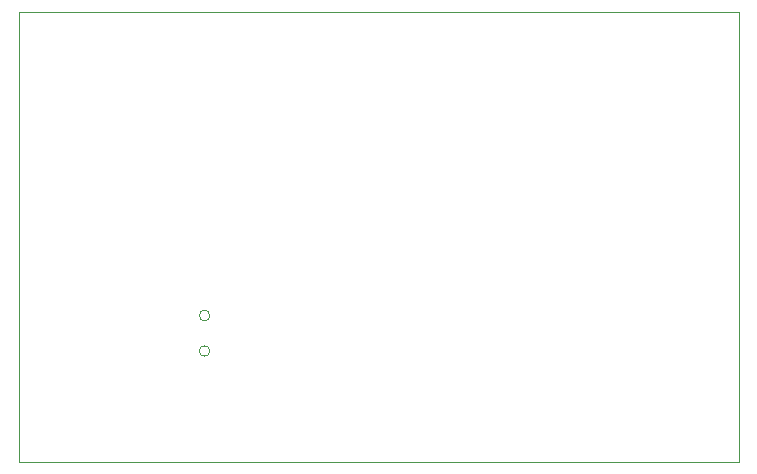
<source format=gbr>
%TF.GenerationSoftware,KiCad,Pcbnew,(7.0.0)*%
%TF.CreationDate,2024-03-24T20:48:38+02:00*%
%TF.ProjectId,p0wer EE3088,70307765-7220-4454-9533-3038382e6b69,rev?*%
%TF.SameCoordinates,Original*%
%TF.FileFunction,Profile,NP*%
%FSLAX46Y46*%
G04 Gerber Fmt 4.6, Leading zero omitted, Abs format (unit mm)*
G04 Created by KiCad (PCBNEW (7.0.0)) date 2024-03-24 20:48:38*
%MOMM*%
%LPD*%
G01*
G04 APERTURE LIST*
%TA.AperFunction,Profile*%
%ADD10C,0.100000*%
%TD*%
%TA.AperFunction,Profile*%
%ADD11C,0.050000*%
%TD*%
G04 APERTURE END LIST*
D10*
X162560000Y-88900000D02*
X101600000Y-88900000D01*
X101600000Y-50800000D01*
X162560000Y-50800000D01*
X162560000Y-88900000D01*
D11*
%TO.C,SW1*%
X117788000Y-76490000D02*
G75*
G03*
X117788000Y-76490000I-450000J0D01*
G01*
X117788000Y-79490000D02*
G75*
G03*
X117788000Y-79490000I-450000J0D01*
G01*
%TD*%
M02*

</source>
